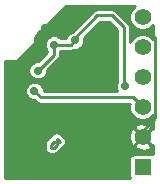
<source format=gbl>
G04 (created by PCBNEW (2013-jul-07)-stable) date Sun 10 Jul 2016 07:30:01 PM EDT*
%MOIN*%
G04 Gerber Fmt 3.4, Leading zero omitted, Abs format*
%FSLAX34Y34*%
G01*
G70*
G90*
G04 APERTURE LIST*
%ADD10C,0.00590551*%
%ADD11R,0.055X0.055*%
%ADD12C,0.055*%
%ADD13C,0.029*%
%ADD14C,0.0095*%
%ADD15C,0.011*%
G04 APERTURE END LIST*
G54D10*
G54D11*
X22856Y-19350D03*
G54D12*
X22856Y-18350D03*
X22856Y-17350D03*
X22856Y-16350D03*
X22856Y-15350D03*
X22856Y-14350D03*
G54D13*
X22274Y-16666D03*
X19361Y-16136D03*
X19896Y-15268D03*
X20608Y-15130D03*
X19000Y-18900D03*
X21335Y-19544D03*
X22203Y-14180D03*
X19444Y-15316D03*
X20907Y-17658D03*
X21315Y-18480D03*
X21604Y-14698D03*
X20810Y-16324D03*
X21144Y-16666D03*
X20466Y-16668D03*
X20450Y-15976D03*
X21136Y-15984D03*
X19617Y-14730D03*
X18676Y-15930D03*
X19249Y-16812D03*
G54D14*
X20100Y-18500D02*
X20000Y-18400D01*
X20000Y-18400D02*
X20000Y-18600D01*
X20000Y-18600D02*
X19900Y-18700D01*
X19900Y-18700D02*
X19800Y-18700D01*
X19800Y-18700D02*
X19800Y-18600D01*
X19800Y-18600D02*
X19900Y-18500D01*
X19900Y-18500D02*
X20100Y-18500D01*
X19686Y-15810D02*
X19896Y-15601D01*
X19896Y-15601D02*
X19896Y-15268D01*
X19361Y-16136D02*
X19686Y-15810D01*
X19686Y-15810D02*
X19691Y-15806D01*
X22274Y-16666D02*
X22230Y-16622D01*
X22230Y-16622D02*
X22230Y-14693D01*
X22230Y-14693D02*
X21834Y-14297D01*
X21834Y-14297D02*
X21344Y-14297D01*
X21344Y-14297D02*
X20608Y-15033D01*
X20608Y-15033D02*
X20608Y-15130D01*
X19405Y-16136D02*
X19361Y-16136D01*
X20470Y-15268D02*
X19896Y-15268D01*
X20608Y-15130D02*
X20470Y-15268D01*
X21315Y-18900D02*
X21115Y-19100D01*
X21115Y-19100D02*
X19200Y-19100D01*
X19200Y-19100D02*
X19000Y-18900D01*
X22856Y-18350D02*
X22856Y-18144D01*
X22856Y-18144D02*
X23274Y-17726D01*
X23274Y-17726D02*
X23274Y-15036D01*
X23274Y-15036D02*
X23124Y-14886D01*
X23124Y-14886D02*
X22707Y-14886D01*
X22707Y-14886D02*
X22410Y-14589D01*
X22410Y-14589D02*
X22410Y-14387D01*
X22410Y-14387D02*
X22203Y-14180D01*
X21335Y-19544D02*
X21315Y-19524D01*
X21315Y-19524D02*
X21315Y-18900D01*
X21315Y-18900D02*
X21315Y-18480D01*
X22203Y-14180D02*
X22199Y-14184D01*
X22199Y-14184D02*
X22199Y-14243D01*
X19356Y-15310D02*
X19438Y-15310D01*
X19438Y-15310D02*
X19444Y-15316D01*
X20907Y-17658D02*
X21455Y-18206D01*
X21455Y-18206D02*
X21455Y-18340D01*
X21455Y-18340D02*
X21315Y-18480D01*
X20302Y-16562D02*
X20408Y-16668D01*
X20408Y-16668D02*
X20466Y-16668D01*
X20156Y-16426D02*
X20450Y-16132D01*
X20450Y-16132D02*
X20450Y-15976D01*
X18676Y-15930D02*
X18946Y-16426D01*
X18946Y-16426D02*
X20156Y-16426D01*
X20156Y-16426D02*
X20166Y-16426D01*
X20166Y-16426D02*
X20302Y-16562D01*
X18676Y-15930D02*
X18970Y-15950D01*
X18970Y-15950D02*
X19356Y-15564D01*
X20294Y-16570D02*
X20302Y-16562D01*
X20302Y-16562D02*
X20450Y-16414D01*
X21604Y-14698D02*
X21136Y-15166D01*
X21136Y-15166D02*
X21136Y-15984D01*
X21144Y-16666D02*
X21144Y-16658D01*
X21144Y-16658D02*
X20810Y-16324D01*
X20450Y-15976D02*
X20454Y-15976D01*
X20454Y-15976D02*
X21144Y-16666D01*
X21136Y-15984D02*
X21136Y-15998D01*
X21136Y-15998D02*
X20466Y-16668D01*
X21144Y-16666D02*
X21144Y-15992D01*
X21144Y-15992D02*
X21136Y-15984D01*
X20466Y-16668D02*
X21142Y-16668D01*
X21142Y-16668D02*
X21144Y-16666D01*
X20450Y-15976D02*
X20450Y-16414D01*
X20450Y-16414D02*
X20450Y-16652D01*
X20450Y-16652D02*
X20466Y-16668D01*
X20450Y-15976D02*
X21128Y-15976D01*
X21128Y-15976D02*
X21136Y-15984D01*
X19356Y-14864D02*
X19617Y-14730D01*
X19356Y-15195D02*
X19356Y-15186D01*
X19356Y-15564D02*
X19356Y-15310D01*
X19356Y-15310D02*
X19356Y-15195D01*
X19356Y-15195D02*
X19356Y-14864D01*
X19690Y-17028D02*
X19465Y-17028D01*
X19465Y-17028D02*
X19249Y-16812D01*
X22176Y-17028D02*
X22534Y-17028D01*
X22534Y-17028D02*
X22856Y-17350D01*
X19690Y-17028D02*
X22176Y-17028D01*
X22176Y-17028D02*
X22190Y-17028D01*
G54D10*
G36*
X23215Y-18931D02*
X23163Y-18910D01*
X23145Y-18910D01*
X23145Y-18647D01*
X22856Y-18357D01*
X22848Y-18364D01*
X22848Y-18350D01*
X22558Y-18060D01*
X22481Y-18084D01*
X22408Y-18247D01*
X22403Y-18426D01*
X22467Y-18593D01*
X22481Y-18615D01*
X22558Y-18639D01*
X22848Y-18350D01*
X22848Y-18364D01*
X22566Y-18647D01*
X22590Y-18724D01*
X22753Y-18797D01*
X22932Y-18802D01*
X23099Y-18738D01*
X23121Y-18724D01*
X23145Y-18647D01*
X23145Y-18910D01*
X23098Y-18909D01*
X22548Y-18909D01*
X22487Y-18935D01*
X22441Y-18981D01*
X22416Y-19042D01*
X22415Y-19107D01*
X22415Y-19657D01*
X22439Y-19715D01*
X20312Y-19715D01*
X20312Y-18500D01*
X20296Y-18418D01*
X20296Y-18418D01*
X20250Y-18349D01*
X20150Y-18249D01*
X20081Y-18203D01*
X20000Y-18187D01*
X19918Y-18203D01*
X19849Y-18249D01*
X19809Y-18309D01*
X19809Y-18309D01*
X19809Y-18309D01*
X19749Y-18349D01*
X19649Y-18449D01*
X19603Y-18518D01*
X19587Y-18600D01*
X19587Y-18700D01*
X19603Y-18781D01*
X19649Y-18850D01*
X19718Y-18896D01*
X19800Y-18912D01*
X19900Y-18912D01*
X19981Y-18896D01*
X19981Y-18896D01*
X20050Y-18850D01*
X20150Y-18750D01*
X20190Y-18690D01*
X20250Y-18650D01*
X20296Y-18581D01*
X20312Y-18500D01*
X20312Y-19715D01*
X18284Y-19715D01*
X18284Y-15805D01*
X18672Y-15805D01*
X19255Y-15222D01*
X19255Y-15022D01*
X20293Y-13984D01*
X22599Y-13984D01*
X22483Y-14100D01*
X22416Y-14262D01*
X22415Y-14437D01*
X22482Y-14598D01*
X22606Y-14722D01*
X22768Y-14789D01*
X22943Y-14790D01*
X23104Y-14723D01*
X23215Y-14613D01*
X23215Y-15087D01*
X23105Y-14977D01*
X22943Y-14910D01*
X22768Y-14909D01*
X22607Y-14976D01*
X22483Y-15100D01*
X22442Y-15198D01*
X22442Y-14693D01*
X22426Y-14611D01*
X22426Y-14611D01*
X22380Y-14542D01*
X22380Y-14542D01*
X21984Y-14146D01*
X21915Y-14100D01*
X21834Y-14084D01*
X21344Y-14084D01*
X21262Y-14100D01*
X21193Y-14146D01*
X20502Y-14838D01*
X20432Y-14867D01*
X20345Y-14954D01*
X20303Y-15055D01*
X20121Y-15055D01*
X20071Y-15005D01*
X19957Y-14958D01*
X19834Y-14957D01*
X19720Y-15005D01*
X19633Y-15092D01*
X19586Y-15206D01*
X19585Y-15329D01*
X19633Y-15443D01*
X19683Y-15493D01*
X19683Y-15512D01*
X19540Y-15655D01*
X19536Y-15660D01*
X19370Y-15826D01*
X19299Y-15825D01*
X19185Y-15873D01*
X19098Y-15960D01*
X19051Y-16074D01*
X19050Y-16197D01*
X19098Y-16311D01*
X19185Y-16398D01*
X19299Y-16445D01*
X19422Y-16446D01*
X19536Y-16398D01*
X19623Y-16311D01*
X19670Y-16197D01*
X19671Y-16126D01*
X19836Y-15960D01*
X19841Y-15956D01*
X20046Y-15751D01*
X20092Y-15682D01*
X20092Y-15682D01*
X20108Y-15601D01*
X20108Y-15493D01*
X20121Y-15480D01*
X20470Y-15480D01*
X20551Y-15464D01*
X20551Y-15464D01*
X20587Y-15439D01*
X20587Y-15439D01*
X20669Y-15440D01*
X20783Y-15392D01*
X20870Y-15305D01*
X20917Y-15191D01*
X20918Y-15068D01*
X20904Y-15036D01*
X21432Y-14509D01*
X21745Y-14509D01*
X22017Y-14781D01*
X22017Y-16484D01*
X22011Y-16490D01*
X21964Y-16604D01*
X21963Y-16727D01*
X22000Y-16815D01*
X19690Y-16815D01*
X19558Y-16815D01*
X19559Y-16750D01*
X19511Y-16636D01*
X19424Y-16549D01*
X19310Y-16502D01*
X19187Y-16501D01*
X19073Y-16549D01*
X18986Y-16636D01*
X18939Y-16750D01*
X18938Y-16873D01*
X18986Y-16987D01*
X19073Y-17074D01*
X19187Y-17121D01*
X19258Y-17122D01*
X19314Y-17178D01*
X19383Y-17224D01*
X19383Y-17224D01*
X19465Y-17240D01*
X19690Y-17240D01*
X22176Y-17240D01*
X22190Y-17240D01*
X22425Y-17240D01*
X22416Y-17262D01*
X22415Y-17437D01*
X22482Y-17598D01*
X22606Y-17722D01*
X22768Y-17789D01*
X22943Y-17790D01*
X23104Y-17723D01*
X23215Y-17613D01*
X23215Y-18079D01*
X23153Y-18060D01*
X23145Y-18067D01*
X23145Y-18052D01*
X23121Y-17975D01*
X22958Y-17902D01*
X22779Y-17897D01*
X22612Y-17961D01*
X22590Y-17975D01*
X22566Y-18052D01*
X22856Y-18342D01*
X23145Y-18052D01*
X23145Y-18067D01*
X22863Y-18350D01*
X23153Y-18639D01*
X23215Y-18620D01*
X23215Y-18931D01*
X23215Y-18931D01*
G37*
G54D15*
X23215Y-18931D02*
X23163Y-18910D01*
X23145Y-18910D01*
X23145Y-18647D01*
X22856Y-18357D01*
X22848Y-18364D01*
X22848Y-18350D01*
X22558Y-18060D01*
X22481Y-18084D01*
X22408Y-18247D01*
X22403Y-18426D01*
X22467Y-18593D01*
X22481Y-18615D01*
X22558Y-18639D01*
X22848Y-18350D01*
X22848Y-18364D01*
X22566Y-18647D01*
X22590Y-18724D01*
X22753Y-18797D01*
X22932Y-18802D01*
X23099Y-18738D01*
X23121Y-18724D01*
X23145Y-18647D01*
X23145Y-18910D01*
X23098Y-18909D01*
X22548Y-18909D01*
X22487Y-18935D01*
X22441Y-18981D01*
X22416Y-19042D01*
X22415Y-19107D01*
X22415Y-19657D01*
X22439Y-19715D01*
X20312Y-19715D01*
X20312Y-18500D01*
X20296Y-18418D01*
X20296Y-18418D01*
X20250Y-18349D01*
X20150Y-18249D01*
X20081Y-18203D01*
X20000Y-18187D01*
X19918Y-18203D01*
X19849Y-18249D01*
X19809Y-18309D01*
X19809Y-18309D01*
X19809Y-18309D01*
X19749Y-18349D01*
X19649Y-18449D01*
X19603Y-18518D01*
X19587Y-18600D01*
X19587Y-18700D01*
X19603Y-18781D01*
X19649Y-18850D01*
X19718Y-18896D01*
X19800Y-18912D01*
X19900Y-18912D01*
X19981Y-18896D01*
X19981Y-18896D01*
X20050Y-18850D01*
X20150Y-18750D01*
X20190Y-18690D01*
X20250Y-18650D01*
X20296Y-18581D01*
X20312Y-18500D01*
X20312Y-19715D01*
X18284Y-19715D01*
X18284Y-15805D01*
X18672Y-15805D01*
X19255Y-15222D01*
X19255Y-15022D01*
X20293Y-13984D01*
X22599Y-13984D01*
X22483Y-14100D01*
X22416Y-14262D01*
X22415Y-14437D01*
X22482Y-14598D01*
X22606Y-14722D01*
X22768Y-14789D01*
X22943Y-14790D01*
X23104Y-14723D01*
X23215Y-14613D01*
X23215Y-15087D01*
X23105Y-14977D01*
X22943Y-14910D01*
X22768Y-14909D01*
X22607Y-14976D01*
X22483Y-15100D01*
X22442Y-15198D01*
X22442Y-14693D01*
X22426Y-14611D01*
X22426Y-14611D01*
X22380Y-14542D01*
X22380Y-14542D01*
X21984Y-14146D01*
X21915Y-14100D01*
X21834Y-14084D01*
X21344Y-14084D01*
X21262Y-14100D01*
X21193Y-14146D01*
X20502Y-14838D01*
X20432Y-14867D01*
X20345Y-14954D01*
X20303Y-15055D01*
X20121Y-15055D01*
X20071Y-15005D01*
X19957Y-14958D01*
X19834Y-14957D01*
X19720Y-15005D01*
X19633Y-15092D01*
X19586Y-15206D01*
X19585Y-15329D01*
X19633Y-15443D01*
X19683Y-15493D01*
X19683Y-15512D01*
X19540Y-15655D01*
X19536Y-15660D01*
X19370Y-15826D01*
X19299Y-15825D01*
X19185Y-15873D01*
X19098Y-15960D01*
X19051Y-16074D01*
X19050Y-16197D01*
X19098Y-16311D01*
X19185Y-16398D01*
X19299Y-16445D01*
X19422Y-16446D01*
X19536Y-16398D01*
X19623Y-16311D01*
X19670Y-16197D01*
X19671Y-16126D01*
X19836Y-15960D01*
X19841Y-15956D01*
X20046Y-15751D01*
X20092Y-15682D01*
X20092Y-15682D01*
X20108Y-15601D01*
X20108Y-15493D01*
X20121Y-15480D01*
X20470Y-15480D01*
X20551Y-15464D01*
X20551Y-15464D01*
X20587Y-15439D01*
X20587Y-15439D01*
X20669Y-15440D01*
X20783Y-15392D01*
X20870Y-15305D01*
X20917Y-15191D01*
X20918Y-15068D01*
X20904Y-15036D01*
X21432Y-14509D01*
X21745Y-14509D01*
X22017Y-14781D01*
X22017Y-16484D01*
X22011Y-16490D01*
X21964Y-16604D01*
X21963Y-16727D01*
X22000Y-16815D01*
X19690Y-16815D01*
X19558Y-16815D01*
X19559Y-16750D01*
X19511Y-16636D01*
X19424Y-16549D01*
X19310Y-16502D01*
X19187Y-16501D01*
X19073Y-16549D01*
X18986Y-16636D01*
X18939Y-16750D01*
X18938Y-16873D01*
X18986Y-16987D01*
X19073Y-17074D01*
X19187Y-17121D01*
X19258Y-17122D01*
X19314Y-17178D01*
X19383Y-17224D01*
X19383Y-17224D01*
X19465Y-17240D01*
X19690Y-17240D01*
X22176Y-17240D01*
X22190Y-17240D01*
X22425Y-17240D01*
X22416Y-17262D01*
X22415Y-17437D01*
X22482Y-17598D01*
X22606Y-17722D01*
X22768Y-17789D01*
X22943Y-17790D01*
X23104Y-17723D01*
X23215Y-17613D01*
X23215Y-18079D01*
X23153Y-18060D01*
X23145Y-18067D01*
X23145Y-18052D01*
X23121Y-17975D01*
X22958Y-17902D01*
X22779Y-17897D01*
X22612Y-17961D01*
X22590Y-17975D01*
X22566Y-18052D01*
X22856Y-18342D01*
X23145Y-18052D01*
X23145Y-18067D01*
X22863Y-18350D01*
X23153Y-18639D01*
X23215Y-18620D01*
X23215Y-18931D01*
M02*

</source>
